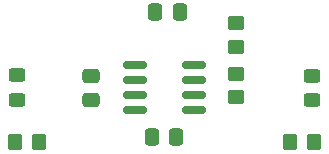
<source format=gbr>
%TF.GenerationSoftware,KiCad,Pcbnew,(6.0.2-0)*%
%TF.CreationDate,2022-04-12T20:56:32+02:00*%
%TF.ProjectId,Blinky,426c696e-6b79-42e6-9b69-6361645f7063,rev?*%
%TF.SameCoordinates,Original*%
%TF.FileFunction,Paste,Top*%
%TF.FilePolarity,Positive*%
%FSLAX46Y46*%
G04 Gerber Fmt 4.6, Leading zero omitted, Abs format (unit mm)*
G04 Created by KiCad (PCBNEW (6.0.2-0)) date 2022-04-12 20:56:32*
%MOMM*%
%LPD*%
G01*
G04 APERTURE LIST*
G04 Aperture macros list*
%AMRoundRect*
0 Rectangle with rounded corners*
0 $1 Rounding radius*
0 $2 $3 $4 $5 $6 $7 $8 $9 X,Y pos of 4 corners*
0 Add a 4 corners polygon primitive as box body*
4,1,4,$2,$3,$4,$5,$6,$7,$8,$9,$2,$3,0*
0 Add four circle primitives for the rounded corners*
1,1,$1+$1,$2,$3*
1,1,$1+$1,$4,$5*
1,1,$1+$1,$6,$7*
1,1,$1+$1,$8,$9*
0 Add four rect primitives between the rounded corners*
20,1,$1+$1,$2,$3,$4,$5,0*
20,1,$1+$1,$4,$5,$6,$7,0*
20,1,$1+$1,$6,$7,$8,$9,0*
20,1,$1+$1,$8,$9,$2,$3,0*%
G04 Aperture macros list end*
%ADD10RoundRect,0.250000X0.350000X0.450000X-0.350000X0.450000X-0.350000X-0.450000X0.350000X-0.450000X0*%
%ADD11RoundRect,0.250000X0.475000X-0.337500X0.475000X0.337500X-0.475000X0.337500X-0.475000X-0.337500X0*%
%ADD12RoundRect,0.250000X0.337500X0.475000X-0.337500X0.475000X-0.337500X-0.475000X0.337500X-0.475000X0*%
%ADD13RoundRect,0.250000X-0.450000X0.350000X-0.450000X-0.350000X0.450000X-0.350000X0.450000X0.350000X0*%
%ADD14RoundRect,0.250000X-0.350000X-0.450000X0.350000X-0.450000X0.350000X0.450000X-0.350000X0.450000X0*%
%ADD15RoundRect,0.250000X-0.337500X-0.475000X0.337500X-0.475000X0.337500X0.475000X-0.337500X0.475000X0*%
%ADD16RoundRect,0.250000X0.450000X-0.325000X0.450000X0.325000X-0.450000X0.325000X-0.450000X-0.325000X0*%
%ADD17RoundRect,0.150000X-0.825000X-0.150000X0.825000X-0.150000X0.825000X0.150000X-0.825000X0.150000X0*%
G04 APERTURE END LIST*
D10*
%TO.C,R3*%
X205710000Y-58290000D03*
X203710000Y-58290000D03*
%TD*%
D11*
%TO.C,C1*%
X186870000Y-54732500D03*
X186870000Y-52657500D03*
%TD*%
D12*
%TO.C,C3*%
X194057500Y-57840000D03*
X191982500Y-57840000D03*
%TD*%
D13*
%TO.C,R1*%
X199090000Y-48200000D03*
X199090000Y-50200000D03*
%TD*%
D14*
%TO.C,R4*%
X180390000Y-58290000D03*
X182390000Y-58290000D03*
%TD*%
D15*
%TO.C,C2*%
X192262500Y-47320000D03*
X194337500Y-47320000D03*
%TD*%
D16*
%TO.C,D2*%
X180535000Y-54697500D03*
X180535000Y-52647500D03*
%TD*%
D17*
%TO.C,U1*%
X190575000Y-51790000D03*
X190575000Y-53060000D03*
X190575000Y-54330000D03*
X190575000Y-55600000D03*
X195525000Y-55600000D03*
X195525000Y-54330000D03*
X195525000Y-53060000D03*
X195525000Y-51790000D03*
%TD*%
D13*
%TO.C,R2*%
X199090000Y-52500000D03*
X199090000Y-54500000D03*
%TD*%
D16*
%TO.C,D1*%
X205565000Y-54742500D03*
X205565000Y-52692500D03*
%TD*%
M02*

</source>
